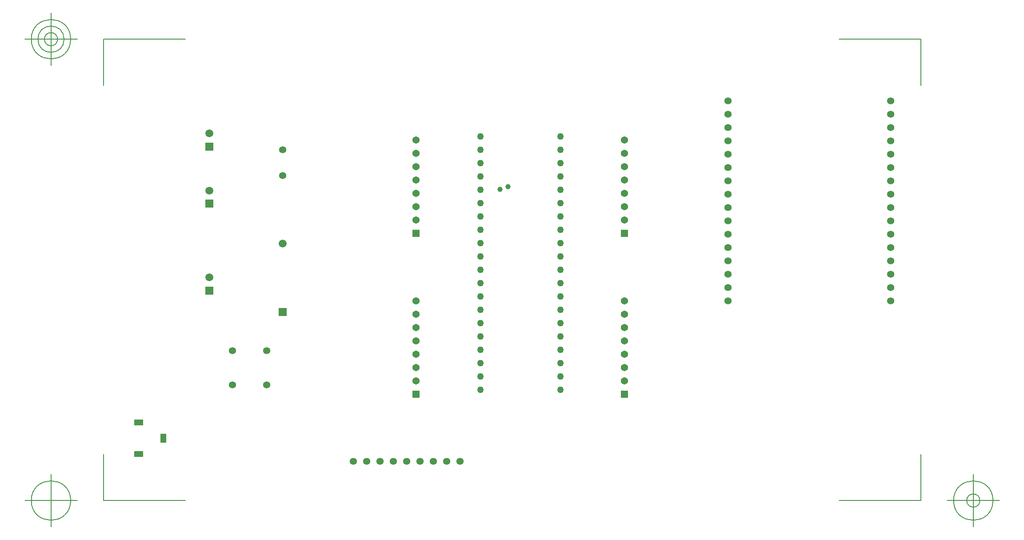
<source format=gbr>
G04 Generated by Ultiboard 13.0 *
%FSLAX24Y24*%
%MOIN*%

%ADD10C,0.0001*%
%ADD11C,0.0001*%
%ADD12C,0.0050*%
%ADD13C,0.0540*%
%ADD14R,0.0540X0.0540*%
%ADD15C,0.0500*%
%ADD16C,0.0534*%
%ADD17C,0.0591*%
%ADD18R,0.0591X0.0591*%
%ADD19C,0.0394*%


G04 ColorRGB FF00CC for the following layer *
%LNSolder Mask Top*%
%LPD*%
G54D10*
G54D11*
G36*
X2579Y2359D02*
X2579Y2359D01*
X2579Y2753D01*
X1949Y2753D01*
X1949Y2359D01*
X2579Y2359D01*
D02*
G37*
X2579Y2753D01*
X1949Y2753D01*
X1949Y2359D01*
X2579Y2359D01*
G36*
X2579Y4721D02*
X2579Y4721D01*
X2579Y5115D01*
X1949Y5115D01*
X1949Y4721D01*
X2579Y4721D01*
D02*
G37*
X2579Y5115D01*
X1949Y5115D01*
X1949Y4721D01*
X2579Y4721D01*
G36*
X3917Y3422D02*
X3917Y3422D01*
X4311Y3422D01*
X4311Y4052D01*
X3917Y4052D01*
X3917Y3422D01*
D02*
G37*
X4311Y3422D01*
X4311Y4052D01*
X3917Y4052D01*
X3917Y3422D01*
G54D12*
X-350Y-950D02*
X-350Y2510D01*
X-350Y-950D02*
X5780Y-950D01*
X60950Y-950D02*
X54820Y-950D01*
X60950Y-950D02*
X60950Y2510D01*
X60950Y33650D02*
X60950Y30190D01*
X60950Y33650D02*
X54820Y33650D01*
X-350Y33650D02*
X5780Y33650D01*
X-350Y33650D02*
X-350Y30190D01*
X-2319Y-950D02*
X-6256Y-950D01*
X-4287Y-2919D02*
X-4287Y1019D01*
X-5763Y-950D02*
G75*
D01*
G02X-5763Y-950I1476J0*
G01*
X62919Y-950D02*
X66856Y-950D01*
X64887Y-2919D02*
X64887Y1019D01*
X63411Y-950D02*
G75*
D01*
G02X63411Y-950I1476J0*
G01*
X64395Y-950D02*
G75*
D01*
G02X64395Y-950I492J0*
G01*
X-2319Y33650D02*
X-6256Y33650D01*
X-4287Y31681D02*
X-4287Y35619D01*
X-5763Y33650D02*
G75*
D01*
G02X-5763Y33650I1476J0*
G01*
X-5271Y33650D02*
G75*
D01*
G02X-5271Y33650I984J0*
G01*
X-4779Y33650D02*
G75*
D01*
G02X-4779Y33650I492J0*
G01*
G54D13*
X23100Y26100D03*
X23100Y25100D03*
X23100Y24100D03*
X23100Y23100D03*
X23100Y22100D03*
X23100Y21100D03*
X23100Y20100D03*
X38732Y26100D03*
X38732Y25100D03*
X38732Y24100D03*
X38732Y23100D03*
X38732Y22100D03*
X38732Y21100D03*
X38732Y20100D03*
X23100Y14022D03*
X23100Y13022D03*
X23100Y12022D03*
X23100Y11022D03*
X23100Y10022D03*
X23100Y9022D03*
X23100Y8022D03*
X38732Y14022D03*
X38732Y13022D03*
X38732Y12022D03*
X38732Y11022D03*
X38732Y10022D03*
X38732Y9022D03*
X38732Y8022D03*
G54D14*
X23100Y19100D03*
X38732Y19100D03*
X23100Y7022D03*
X38732Y7022D03*
G54D15*
X33916Y12354D03*
X27916Y12354D03*
X27916Y9354D03*
X27916Y8354D03*
X27916Y7354D03*
X27916Y11354D03*
X27916Y10354D03*
X27916Y18354D03*
X27916Y15354D03*
X27916Y14354D03*
X27916Y13354D03*
X27916Y17354D03*
X27916Y16354D03*
X27916Y21354D03*
X27916Y20354D03*
X27916Y19354D03*
X27916Y24354D03*
X27916Y23354D03*
X27916Y22354D03*
X27916Y25354D03*
X27916Y26354D03*
X33916Y9354D03*
X33916Y8354D03*
X33916Y7354D03*
X33916Y11354D03*
X33916Y10354D03*
X33916Y18354D03*
X33916Y15354D03*
X33916Y14354D03*
X33916Y13354D03*
X33916Y16354D03*
X33916Y17354D03*
X33916Y21354D03*
X33916Y19354D03*
X33916Y20354D03*
X33916Y24354D03*
X33916Y22354D03*
X33916Y23354D03*
X33916Y25354D03*
X33916Y26354D03*
G54D16*
X46498Y29032D03*
X46498Y28032D03*
X46498Y27032D03*
X46498Y26032D03*
X46498Y25032D03*
X46498Y24032D03*
X46498Y23032D03*
X46498Y22032D03*
X46498Y21032D03*
X46498Y20032D03*
X46498Y19032D03*
X46498Y18032D03*
X46498Y17032D03*
X46498Y16032D03*
X46498Y15032D03*
X46498Y14032D03*
X58702Y29032D03*
X58702Y28032D03*
X58702Y27032D03*
X58702Y26032D03*
X58702Y25032D03*
X58702Y24032D03*
X58702Y23032D03*
X58702Y22032D03*
X58702Y21032D03*
X58702Y20032D03*
X58702Y19032D03*
X58702Y18032D03*
X58702Y17032D03*
X58702Y16032D03*
X58702Y15032D03*
X58702Y14032D03*
X13097Y23439D03*
X13097Y25361D03*
X9320Y7720D03*
X11880Y7720D03*
X9320Y10280D03*
X11880Y10280D03*
X18400Y2000D03*
X19400Y2000D03*
X20400Y2000D03*
X21400Y2000D03*
X22400Y2000D03*
X23400Y2000D03*
X24400Y2000D03*
X25400Y2000D03*
X26400Y2000D03*
G54D17*
X13103Y18318D03*
X7578Y15784D03*
X7578Y22292D03*
X7578Y26584D03*
G54D18*
X13103Y13200D03*
X7578Y14800D03*
X7578Y21308D03*
X7578Y25600D03*
G54D19*
X29400Y22400D03*
X30000Y22600D03*

M02*

</source>
